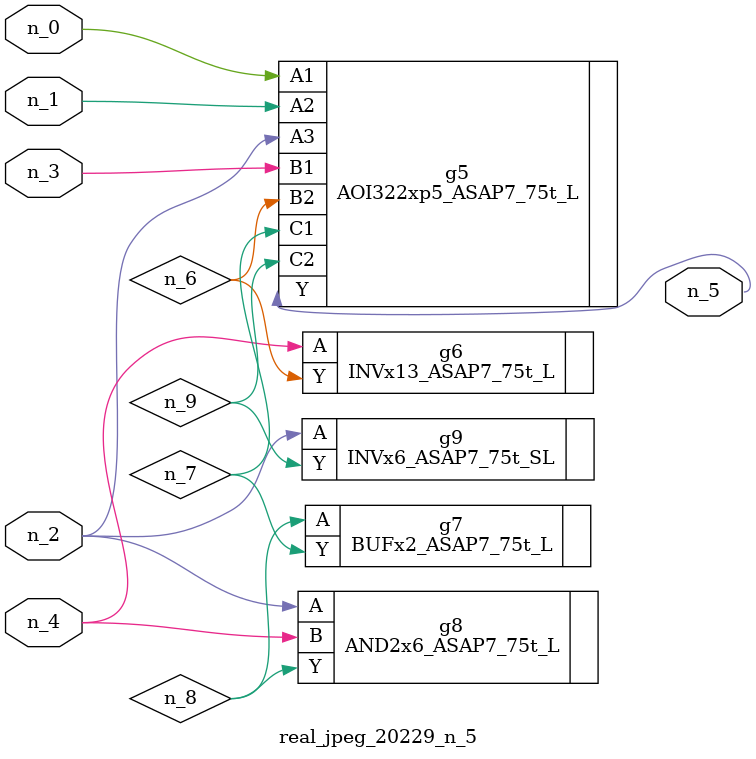
<source format=v>
module real_jpeg_20229_n_5 (n_4, n_0, n_1, n_2, n_3, n_5);

input n_4;
input n_0;
input n_1;
input n_2;
input n_3;

output n_5;

wire n_8;
wire n_6;
wire n_7;
wire n_9;

AOI322xp5_ASAP7_75t_L g5 ( 
.A1(n_0),
.A2(n_1),
.A3(n_2),
.B1(n_3),
.B2(n_6),
.C1(n_7),
.C2(n_9),
.Y(n_5)
);

AND2x6_ASAP7_75t_L g8 ( 
.A(n_2),
.B(n_4),
.Y(n_8)
);

INVx6_ASAP7_75t_SL g9 ( 
.A(n_2),
.Y(n_9)
);

INVx13_ASAP7_75t_L g6 ( 
.A(n_4),
.Y(n_6)
);

BUFx2_ASAP7_75t_L g7 ( 
.A(n_8),
.Y(n_7)
);


endmodule
</source>
